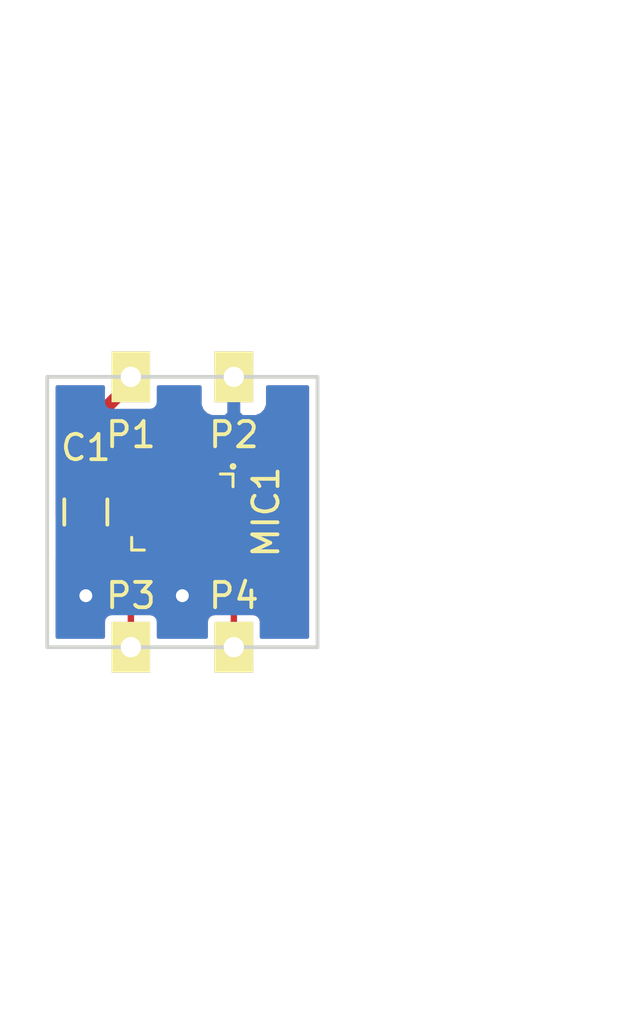
<source format=kicad_pcb>
(kicad_pcb (version 4) (host pcbnew 4.0.1-stable)

  (general
    (links 10)
    (no_connects 0)
    (area 20.244999 13.1466 33.603001 39.104448)
    (thickness 1.6)
    (drawings 5)
    (tracks 34)
    (zones 0)
    (modules 6)
    (nets 5)
  )

  (page A4)
  (layers
    (0 F.Cu signal)
    (31 B.Cu signal)
    (32 B.Adhes user)
    (33 F.Adhes user)
    (34 B.Paste user)
    (35 F.Paste user)
    (36 B.SilkS user)
    (37 F.SilkS user)
    (38 B.Mask user)
    (39 F.Mask user)
    (40 Dwgs.User user)
    (41 Cmts.User user)
    (42 Eco1.User user)
    (43 Eco2.User user)
    (44 Edge.Cuts user)
    (45 Margin user)
    (46 B.CrtYd user)
    (47 F.CrtYd user)
    (48 B.Fab user)
    (49 F.Fab user)
  )

  (setup
    (last_trace_width 0.254)
    (trace_clearance 0.1524)
    (zone_clearance 0.2032)
    (zone_45_only no)
    (trace_min 0.1524)
    (segment_width 0.2)
    (edge_width 0.15)
    (via_size 0.6)
    (via_drill 0.4)
    (via_min_size 0.508)
    (via_min_drill 0.3556)
    (uvia_size 0.3)
    (uvia_drill 0.1)
    (uvias_allowed no)
    (uvia_min_size 0.2)
    (uvia_min_drill 0.1)
    (pcb_text_width 0.3)
    (pcb_text_size 1.5 1.5)
    (mod_edge_width 0.15)
    (mod_text_size 1 1)
    (mod_text_width 0.15)
    (pad_size 1.524 1.524)
    (pad_drill 0.762)
    (pad_to_mask_clearance 0.2)
    (aux_axis_origin 0 0)
    (grid_origin 29.718 39.116)
    (visible_elements 7FFFFFFF)
    (pcbplotparams
      (layerselection 0x00030_80000001)
      (usegerberextensions false)
      (excludeedgelayer true)
      (linewidth 0.100000)
      (plotframeref false)
      (viasonmask false)
      (mode 1)
      (useauxorigin false)
      (hpglpennumber 1)
      (hpglpenspeed 20)
      (hpglpendiameter 15)
      (hpglpenoverlay 2)
      (psnegative false)
      (psa4output false)
      (plotreference true)
      (plotvalue true)
      (plotinvisibletext false)
      (padsonsilk false)
      (subtractmaskfromsilk false)
      (outputformat 1)
      (mirror false)
      (drillshape 1)
      (scaleselection 1)
      (outputdirectory ""))
  )

  (net 0 "")
  (net 1 DVDD)
  (net 2 DGND)
  (net 3 /OUT)
  (net 4 /CLK)

  (net_class Default "This is the default net class."
    (clearance 0.1524)
    (trace_width 0.254)
    (via_dia 0.6)
    (via_drill 0.4)
    (uvia_dia 0.3)
    (uvia_drill 0.1)
    (add_net /CLK)
    (add_net /OUT)
    (add_net DGND)
    (add_net DVDD)
  )

  (module mems_array:Castellated_Pad (layer F.Cu) (tedit 5675D613) (tstamp 5675D425)
    (at 37.084 39.116)
    (path /5675D2CA)
    (fp_text reference P4 (at 0 -2.032) (layer F.SilkS)
      (effects (font (size 1 1) (thickness 0.15)))
    )
    (fp_text value CASTELLATED_PAD (at 0 8.128 90) (layer F.Fab)
      (effects (font (size 1 1) (thickness 0.15)))
    )
    (pad 1 thru_hole rect (at 0 0) (size 1.524 2) (drill 0.8) (layers *.Cu *.Mask F.SilkS)
      (net 3 /OUT))
  )

  (module mems_array:Mic-MEMS_Top_8_pins (layer F.Cu) (tedit 5674752B) (tstamp 5675D411)
    (at 35.052 33.782 90)
    (path /5675C9FA)
    (fp_text reference MIC1 (at 0 3.302 270) (layer F.SilkS)
      (effects (font (size 1 1) (thickness 0.15)))
    )
    (fp_text value MEMS_MIC (at 0 6.35 270) (layer F.Fab)
      (effects (font (size 1 1) (thickness 0.15)))
    )
    (fp_line (start -1.6 -2.1) (end 1.6 -2.1) (layer F.CrtYd) (width 0.05))
    (fp_line (start 1.6 -2.1) (end 1.6 2.1) (layer F.CrtYd) (width 0.05))
    (fp_line (start 1.6 2.1) (end -1.6 2.1) (layer F.CrtYd) (width 0.05))
    (fp_line (start -1.6 2.1) (end -1.6 -2.1) (layer F.CrtYd) (width 0.05))
    (fp_circle (center 1.8 2) (end 1.85 2.05) (layer F.SilkS) (width 0.12))
    (fp_line (start -1.5 -2) (end -1.5 -1.5) (layer F.SilkS) (width 0.12))
    (fp_line (start -1.5 -2) (end -1 -2) (layer F.SilkS) (width 0.12))
    (fp_line (start 1.5 2) (end 1 2) (layer F.SilkS) (width 0.12))
    (fp_line (start 1.5 2) (end 1.5 1.5) (layer F.SilkS) (width 0.12))
    (pad 4 smd rect (at -0.425 0.675 90) (size 0.45 0.95) (layers F.Cu F.Paste F.Mask)
      (net 3 /OUT))
    (pad 3 smd rect (at -0.425 -0.675 90) (size 0.45 0.95) (layers F.Cu F.Paste F.Mask)
      (net 4 /CLK))
    (pad 2 smd rect (at 0.425 -0.675 90) (size 0.45 0.95) (layers F.Cu F.Paste F.Mask)
      (net 1 DVDD))
    (pad 1 smd rect (at 0.425 0.675 90) (size 0.45 0.95) (layers F.Cu F.Paste F.Mask)
      (net 1 DVDD))
    (pad 5 smd rect (at 1.225 0 90) (size 0.45 2.3) (layers F.Cu F.Paste F.Mask)
      (net 2 DGND))
    (pad 5 smd rect (at -1.275 0 90) (size 0.45 2.3) (layers F.Cu F.Paste F.Mask)
      (net 2 DGND))
    (pad 5 smd rect (at 0 1.775 90) (size 1.3 0.45) (layers F.Cu F.Paste F.Mask)
      (net 2 DGND))
    (pad 5 smd rect (at 0 -1.775 90) (size 1.3 0.45) (layers F.Cu F.Paste F.Mask)
      (net 2 DGND))
  )

  (module mems_array:Castellated_Pad (layer F.Cu) (tedit 5675D613) (tstamp 5675D416)
    (at 33.02 28.448)
    (path /5675D1D9)
    (fp_text reference P1 (at 0 2.286) (layer F.SilkS)
      (effects (font (size 1 1) (thickness 0.15)))
    )
    (fp_text value CASTELLATED_PAD (at 0 -8.128 90) (layer F.Fab)
      (effects (font (size 1 1) (thickness 0.15)))
    )
    (pad 1 thru_hole rect (at 0 0) (size 1.524 2) (drill 0.8) (layers *.Cu *.Mask F.SilkS)
      (net 1 DVDD))
  )

  (module mems_array:Castellated_Pad (layer F.Cu) (tedit 5675D613) (tstamp 5675D420)
    (at 33.02 39.116)
    (path /5675D2A7)
    (fp_text reference P3 (at 0 -2.032) (layer F.SilkS)
      (effects (font (size 1 1) (thickness 0.15)))
    )
    (fp_text value CASTELLATED_PAD (at 0 8.128 90) (layer F.Fab)
      (effects (font (size 1 1) (thickness 0.15)))
    )
    (pad 1 thru_hole rect (at 0 0) (size 1.524 2) (drill 0.8) (layers *.Cu *.Mask F.SilkS)
      (net 4 /CLK))
  )

  (module Capacitors_SMD:C_0805 (layer F.Cu) (tedit 5415D6EA) (tstamp 5675D405)
    (at 31.242 33.782 270)
    (descr "Capacitor SMD 0805, reflow soldering, AVX (see smccp.pdf)")
    (tags "capacitor 0805")
    (path /5675CA9B)
    (attr smd)
    (fp_text reference C1 (at -2.54 0 360) (layer F.SilkS)
      (effects (font (size 1 1) (thickness 0.15)))
    )
    (fp_text value 1uF (at 0 2.54 450) (layer F.Fab)
      (effects (font (size 1 1) (thickness 0.15)))
    )
    (fp_line (start -1.8 -1) (end 1.8 -1) (layer F.CrtYd) (width 0.05))
    (fp_line (start -1.8 1) (end 1.8 1) (layer F.CrtYd) (width 0.05))
    (fp_line (start -1.8 -1) (end -1.8 1) (layer F.CrtYd) (width 0.05))
    (fp_line (start 1.8 -1) (end 1.8 1) (layer F.CrtYd) (width 0.05))
    (fp_line (start 0.5 -0.85) (end -0.5 -0.85) (layer F.SilkS) (width 0.15))
    (fp_line (start -0.5 0.85) (end 0.5 0.85) (layer F.SilkS) (width 0.15))
    (pad 1 smd rect (at -1 0 270) (size 1 1.25) (layers F.Cu F.Paste F.Mask)
      (net 1 DVDD))
    (pad 2 smd rect (at 1 0 270) (size 1 1.25) (layers F.Cu F.Paste F.Mask)
      (net 2 DGND))
    (model Capacitors_SMD.3dshapes/C_0805.wrl
      (at (xyz 0 0 0))
      (scale (xyz 1 1 1))
      (rotate (xyz 0 0 0))
    )
  )

  (module mems_array:Castellated_Pad (layer F.Cu) (tedit 5675D613) (tstamp 5675D41B)
    (at 37.084 28.448)
    (path /5675D287)
    (fp_text reference P2 (at 0 2.286) (layer F.SilkS)
      (effects (font (size 1 1) (thickness 0.15)))
    )
    (fp_text value CASTELLATED_PAD (at 0 -8.128 90) (layer F.Fab)
      (effects (font (size 1 1) (thickness 0.15)))
    )
    (pad 1 thru_hole rect (at 0 0) (size 1.524 2) (drill 0.8) (layers *.Cu *.Mask F.SilkS)
      (net 2 DGND))
  )

  (dimension 10.668 (width 0.3) (layer F.Fab)
    (gr_text "10.668 mm" (at 49.61 33.782 270) (layer F.Fab)
      (effects (font (size 1.5 1.5) (thickness 0.3)))
    )
    (feature1 (pts (xy 40.386 39.116) (xy 50.96 39.116)))
    (feature2 (pts (xy 40.386 28.448) (xy 50.96 28.448)))
    (crossbar (pts (xy 48.26 28.448) (xy 48.26 39.116)))
    (arrow1a (pts (xy 48.26 39.116) (xy 47.673579 37.989496)))
    (arrow1b (pts (xy 48.26 39.116) (xy 48.846421 37.989496)))
    (arrow2a (pts (xy 48.26 28.448) (xy 47.673579 29.574504)))
    (arrow2b (pts (xy 48.26 28.448) (xy 48.846421 29.574504)))
  )
  (gr_line (start 29.718 28.448) (end 40.386 28.448) (layer Edge.Cuts) (width 0.15))
  (gr_line (start 40.386 39.116) (end 29.718 39.116) (layer Edge.Cuts) (width 0.15))
  (gr_line (start 29.718 39.116) (end 29.718 28.448) (layer Edge.Cuts) (width 0.15))
  (gr_line (start 40.386 28.448) (end 40.386 39.116) (layer Edge.Cuts) (width 0.15))

  (segment (start 31.242 30.464) (end 31.242 32.782) (width 0.508) (layer F.Cu) (net 1))
  (segment (start 33.02 28.448) (end 33.02 28.686) (width 0.508) (layer F.Cu) (net 1))
  (segment (start 33.02 28.686) (end 31.242 30.464) (width 0.508) (layer F.Cu) (net 1))
  (segment (start 33.274 32.512) (end 32.875 32.512) (width 0.254) (layer F.Cu) (net 1))
  (segment (start 32.875 32.512) (end 32.605 32.782) (width 0.254) (layer F.Cu) (net 1))
  (segment (start 32.605 32.782) (end 31.242 32.782) (width 0.254) (layer F.Cu) (net 1))
  (segment (start 33.274 32.512) (end 33.282 32.512) (width 0.1524) (layer F.Cu) (net 1))
  (segment (start 34.127 33.357) (end 33.909 33.139) (width 0.254) (layer F.Cu) (net 1))
  (segment (start 33.282 32.512) (end 33.909 33.139) (width 0.1524) (layer F.Cu) (net 1))
  (segment (start 34.377 33.357) (end 35.727 33.357) (width 0.254) (layer F.Cu) (net 1))
  (segment (start 34.377 33.357) (end 34.127 33.357) (width 0.254) (layer F.Cu) (net 1))
  (segment (start 31.242 37.084) (end 31.242 34.782) (width 0.254) (layer F.Cu) (net 2))
  (segment (start 35.052 37.084) (end 31.242 37.084) (width 0.254) (layer B.Cu) (net 2))
  (via (at 31.242 37.084) (size 0.762) (drill 0.508) (layers F.Cu B.Cu) (net 2))
  (segment (start 35.052 37.084) (end 35.052 35.057) (width 0.254) (layer F.Cu) (net 2))
  (segment (start 37.084 28.448) (end 37.084 35.052) (width 0.254) (layer B.Cu) (net 2))
  (segment (start 37.084 35.052) (end 35.052 37.084) (width 0.254) (layer B.Cu) (net 2))
  (via (at 35.052 37.084) (size 0.762) (drill 0.508) (layers F.Cu B.Cu) (net 2))
  (segment (start 37.084 28.448) (end 37.084 31.45) (width 0.254) (layer F.Cu) (net 2))
  (segment (start 37.084 31.45) (end 35.977 32.557) (width 0.254) (layer F.Cu) (net 2))
  (segment (start 35.977 32.557) (end 35.052 32.557) (width 0.254) (layer F.Cu) (net 2))
  (segment (start 33.277 34.207) (end 33.277 33.782) (width 0.254) (layer F.Cu) (net 2))
  (segment (start 36.83 35.052) (end 37.084 35.306) (width 0.254) (layer F.Cu) (net 3))
  (segment (start 37.084 35.306) (end 37.084 39.116) (width 0.254) (layer F.Cu) (net 3))
  (segment (start 35.727 34.207) (end 35.977 34.207) (width 0.254) (layer F.Cu) (net 3))
  (segment (start 36.83 35.052) (end 36.822 35.052) (width 0.1524) (layer F.Cu) (net 3))
  (segment (start 36.822 35.052) (end 36.314 34.544) (width 0.1524) (layer F.Cu) (net 3))
  (segment (start 35.977 34.207) (end 36.314 34.544) (width 0.254) (layer F.Cu) (net 3))
  (segment (start 33.401 34.925) (end 33.02 35.306) (width 0.254) (layer F.Cu) (net 4))
  (segment (start 33.02 35.306) (end 33.02 39.116) (width 0.254) (layer F.Cu) (net 4))
  (segment (start 34.377 34.207) (end 34.127 34.207) (width 0.254) (layer F.Cu) (net 4))
  (segment (start 33.401 34.925) (end 33.401 34.933) (width 0.1524) (layer F.Cu) (net 4))
  (segment (start 33.401 34.933) (end 33.782 34.552) (width 0.1524) (layer F.Cu) (net 4))
  (segment (start 34.127 34.207) (end 33.782 34.552) (width 0.254) (layer F.Cu) (net 4))

  (zone (net 2) (net_name DGND) (layer B.Cu) (tstamp 0) (hatch edge 0.508)
    (connect_pads (clearance 0.254))
    (min_thickness 0.1524)
    (fill yes (arc_segments 16) (thermal_gap 0.508) (thermal_bridge_width 0.508))
    (polygon
      (pts
        (xy 29.972 28.702) (xy 40.132 28.702) (xy 40.132 38.862) (xy 29.972 38.862)
      )
    )
    (filled_polygon
      (pts
        (xy 31.921331 29.448) (xy 31.944356 29.570365) (xy 32.016673 29.682749) (xy 32.127017 29.758144) (xy 32.258 29.784669)
        (xy 33.782 29.784669) (xy 33.904365 29.761644) (xy 34.016749 29.689327) (xy 34.092144 29.578983) (xy 34.118669 29.448)
        (xy 34.118669 28.8532) (xy 35.7378 28.8532) (xy 35.7378 29.564204) (xy 35.826739 29.778922) (xy 35.991077 29.943261)
        (xy 36.205795 30.0322) (xy 36.76015 30.0322) (xy 36.9062 29.88615) (xy 36.9062 28.8532) (xy 37.2618 28.8532)
        (xy 37.2618 29.88615) (xy 37.40785 30.0322) (xy 37.962205 30.0322) (xy 38.176923 29.943261) (xy 38.341261 29.778922)
        (xy 38.4302 29.564204) (xy 38.4302 28.8532) (xy 39.9808 28.8532) (xy 39.9808 38.7108) (xy 38.182669 38.7108)
        (xy 38.182669 38.116) (xy 38.159644 37.993635) (xy 38.087327 37.881251) (xy 37.976983 37.805856) (xy 37.846 37.779331)
        (xy 36.322 37.779331) (xy 36.199635 37.802356) (xy 36.087251 37.874673) (xy 36.011856 37.985017) (xy 35.985331 38.116)
        (xy 35.985331 38.7108) (xy 34.118669 38.7108) (xy 34.118669 38.116) (xy 34.095644 37.993635) (xy 34.023327 37.881251)
        (xy 33.912983 37.805856) (xy 33.782 37.779331) (xy 32.258 37.779331) (xy 32.135635 37.802356) (xy 32.023251 37.874673)
        (xy 31.947856 37.985017) (xy 31.921331 38.116) (xy 31.921331 38.7108) (xy 30.1232 38.7108) (xy 30.1232 28.8532)
        (xy 31.921331 28.8532)
      )
    )
  )
  (zone (net 2) (net_name DGND) (layer F.Cu) (tstamp 0) (hatch edge 0.508)
    (connect_pads (clearance 0.254))
    (min_thickness 0.1524)
    (fill yes (arc_segments 16) (thermal_gap 0.508) (thermal_bridge_width 0.508))
    (polygon
      (pts
        (xy 29.972 28.702) (xy 40.132 28.702) (xy 40.132 38.862) (xy 29.972 38.862)
      )
    )
    (filled_polygon
      (pts
        (xy 35.7378 29.564204) (xy 35.826739 29.778922) (xy 35.991077 29.943261) (xy 36.205795 30.0322) (xy 36.76015 30.0322)
        (xy 36.9062 29.88615) (xy 36.9062 28.8532) (xy 37.2618 28.8532) (xy 37.2618 29.88615) (xy 37.40785 30.0322)
        (xy 37.962205 30.0322) (xy 38.176923 29.943261) (xy 38.341261 29.778922) (xy 38.4302 29.564204) (xy 38.4302 28.8532)
        (xy 39.9808 28.8532) (xy 39.9808 38.7108) (xy 38.182669 38.7108) (xy 38.182669 38.116) (xy 38.159644 37.993635)
        (xy 38.087327 37.881251) (xy 37.976983 37.805856) (xy 37.846 37.779331) (xy 37.5412 37.779331) (xy 37.5412 35.306)
        (xy 37.506398 35.131037) (xy 37.407289 34.982711) (xy 37.360943 34.936365) (xy 37.382922 34.927261) (xy 37.547261 34.762923)
        (xy 37.6362 34.548205) (xy 37.6362 34.10585) (xy 37.49015 33.9598) (xy 36.9395 33.9598) (xy 36.9395 33.9798)
        (xy 36.7145 33.9798) (xy 36.7145 33.9598) (xy 36.6292 33.9598) (xy 36.6292 33.6042) (xy 36.7145 33.6042)
        (xy 36.7145 33.071304) (xy 36.7862 32.898205) (xy 36.7862 32.81555) (xy 36.7145 32.74385) (xy 36.7145 32.69385)
        (xy 36.9395 32.69385) (xy 36.9395 33.6042) (xy 37.49015 33.6042) (xy 37.6362 33.45815) (xy 37.6362 33.015795)
        (xy 37.547261 32.801077) (xy 37.382922 32.636739) (xy 37.168204 32.5478) (xy 37.08555 32.5478) (xy 36.9395 32.69385)
        (xy 36.7145 32.69385) (xy 36.56845 32.5478) (xy 36.485796 32.5478) (xy 36.271078 32.636739) (xy 36.238317 32.6695)
        (xy 35.2298 32.6695) (xy 35.2298 32.7548) (xy 34.8742 32.7548) (xy 34.8742 32.6695) (xy 34.8542 32.6695)
        (xy 34.8542 32.4445) (xy 34.8742 32.4445) (xy 34.8742 31.89385) (xy 35.2298 31.89385) (xy 35.2298 32.4445)
        (xy 36.64015 32.4445) (xy 36.7862 32.29845) (xy 36.7862 32.215795) (xy 36.697261 32.001077) (xy 36.532922 31.836739)
        (xy 36.318204 31.7478) (xy 35.37585 31.7478) (xy 35.2298 31.89385) (xy 34.8742 31.89385) (xy 34.72815 31.7478)
        (xy 33.785796 31.7478) (xy 33.571078 31.836739) (xy 33.406739 32.001077) (xy 33.376076 32.075104) (xy 33.274 32.0548)
        (xy 32.875 32.0548) (xy 32.700037 32.089602) (xy 32.551711 32.188711) (xy 32.415622 32.3248) (xy 32.203669 32.3248)
        (xy 32.203669 32.282) (xy 32.180644 32.159635) (xy 32.108327 32.047251) (xy 31.997983 31.971856) (xy 31.867 31.945331)
        (xy 31.8262 31.945331) (xy 31.8262 30.705984) (xy 32.747515 29.784669) (xy 33.782 29.784669) (xy 33.904365 29.761644)
        (xy 34.016749 29.689327) (xy 34.092144 29.578983) (xy 34.118669 29.448) (xy 34.118669 28.8532) (xy 35.7378 28.8532)
      )
    )
    (filled_polygon
      (pts
        (xy 35.2298 34.9445) (xy 35.2498 34.9445) (xy 35.2498 35.1695) (xy 35.2298 35.1695) (xy 35.2298 35.72015)
        (xy 35.37585 35.8662) (xy 36.318204 35.8662) (xy 36.532922 35.777261) (xy 36.6268 35.683384) (xy 36.6268 37.779331)
        (xy 36.322 37.779331) (xy 36.199635 37.802356) (xy 36.087251 37.874673) (xy 36.011856 37.985017) (xy 35.985331 38.116)
        (xy 35.985331 38.7108) (xy 34.118669 38.7108) (xy 34.118669 38.116) (xy 34.095644 37.993635) (xy 34.023327 37.881251)
        (xy 33.912983 37.805856) (xy 33.782 37.779331) (xy 33.4772 37.779331) (xy 33.4772 35.683384) (xy 33.571078 35.777261)
        (xy 33.785796 35.8662) (xy 34.72815 35.8662) (xy 34.8742 35.72015) (xy 34.8742 35.1695) (xy 34.8542 35.1695)
        (xy 34.8542 34.9445) (xy 34.8742 34.9445) (xy 34.8742 34.8592) (xy 35.2298 34.8592)
      )
    )
    (filled_polygon
      (pts
        (xy 31.921331 28.958485) (xy 30.828908 30.050908) (xy 30.70227 30.240436) (xy 30.6578 30.464) (xy 30.6578 31.945331)
        (xy 30.617 31.945331) (xy 30.494635 31.968356) (xy 30.382251 32.040673) (xy 30.306856 32.151017) (xy 30.280331 32.282)
        (xy 30.280331 33.282) (xy 30.303356 33.404365) (xy 30.375673 33.516749) (xy 30.486017 33.592144) (xy 30.617 33.618669)
        (xy 31.867 33.618669) (xy 31.989365 33.595644) (xy 32.101749 33.523327) (xy 32.177144 33.412983) (xy 32.203669 33.282)
        (xy 32.203669 33.2392) (xy 32.4678 33.2392) (xy 32.4678 33.45815) (xy 32.61385 33.6042) (xy 33.1645 33.6042)
        (xy 33.1645 33.5842) (xy 33.3895 33.5842) (xy 33.3895 33.6042) (xy 33.4748 33.6042) (xy 33.4748 33.9598)
        (xy 33.3895 33.9598) (xy 33.3895 33.9798) (xy 33.1645 33.9798) (xy 33.1645 33.9598) (xy 32.61385 33.9598)
        (xy 32.4678 34.10585) (xy 32.4678 34.548205) (xy 32.556739 34.762923) (xy 32.721078 34.927261) (xy 32.743057 34.936365)
        (xy 32.696711 34.982711) (xy 32.597602 35.131037) (xy 32.5628 35.306) (xy 32.5628 37.779331) (xy 32.258 37.779331)
        (xy 32.135635 37.802356) (xy 32.023251 37.874673) (xy 31.947856 37.985017) (xy 31.921331 38.116) (xy 31.921331 38.7108)
        (xy 30.1232 38.7108) (xy 30.1232 35.614384) (xy 30.286078 35.777261) (xy 30.500796 35.8662) (xy 30.91815 35.8662)
        (xy 31.0642 35.72015) (xy 31.0642 34.9598) (xy 31.4198 34.9598) (xy 31.4198 35.72015) (xy 31.56585 35.8662)
        (xy 31.983204 35.8662) (xy 32.197922 35.777261) (xy 32.362261 35.612923) (xy 32.4512 35.398205) (xy 32.4512 35.10585)
        (xy 32.30515 34.9598) (xy 31.4198 34.9598) (xy 31.0642 34.9598) (xy 31.0442 34.9598) (xy 31.0442 34.6042)
        (xy 31.0642 34.6042) (xy 31.0642 33.84385) (xy 31.4198 33.84385) (xy 31.4198 34.6042) (xy 32.30515 34.6042)
        (xy 32.4512 34.45815) (xy 32.4512 34.165795) (xy 32.362261 33.951077) (xy 32.197922 33.786739) (xy 31.983204 33.6978)
        (xy 31.56585 33.6978) (xy 31.4198 33.84385) (xy 31.0642 33.84385) (xy 30.91815 33.6978) (xy 30.500796 33.6978)
        (xy 30.286078 33.786739) (xy 30.1232 33.949616) (xy 30.1232 28.8532) (xy 31.921331 28.8532)
      )
    )
  )
)

</source>
